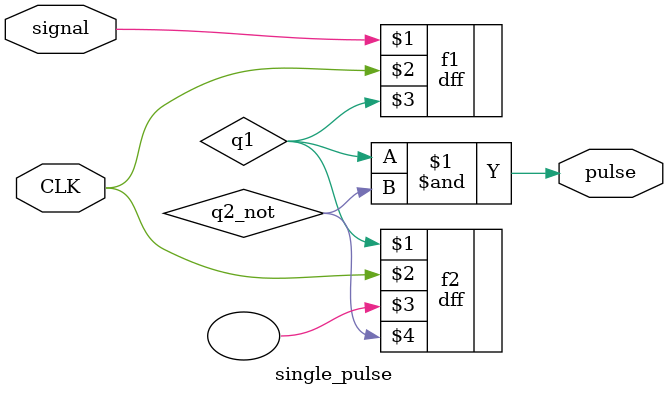
<source format=v>
`timescale 1ns / 1ps


module single_pulse(
    input signal,
    input CLK,
    output pulse
    );
    
    wire q1;
    wire q2_not;
    
    
    dff f1(signal, CLK, q1,);
    dff f2(q1, CLK, , q2_not);
    assign pulse = q1 & q2_not;
endmodule

</source>
